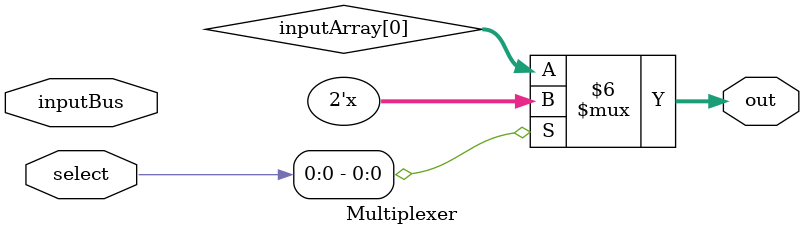
<source format=v>
`timescale 1ns/ 1ps
module Multiplexer(
	 inputBus, select,
	 out);
	
	parameter inputWidth = 0;
	parameter numInputs = 0;
	parameter selectLines = 0;

	input [(inputWidth*numInputs)-1:0] inputBus;
	input [selectLines-1:0] select;
	output [inputWidth-1:0] out;
	
	wire [inputWidth-1:0] inputArray [0:numInputs-1];
	
	assign out = inputArray[select];

	genvar i;
	generate
		 for(i = 0; i < numInputs; i = i + 1) begin: inputArrayAssignment
			  assign  inputArray[i] = inputBus[(i*inputWidth)+:inputWidth];
		 end
	endgenerate
	
endmodule

</source>
